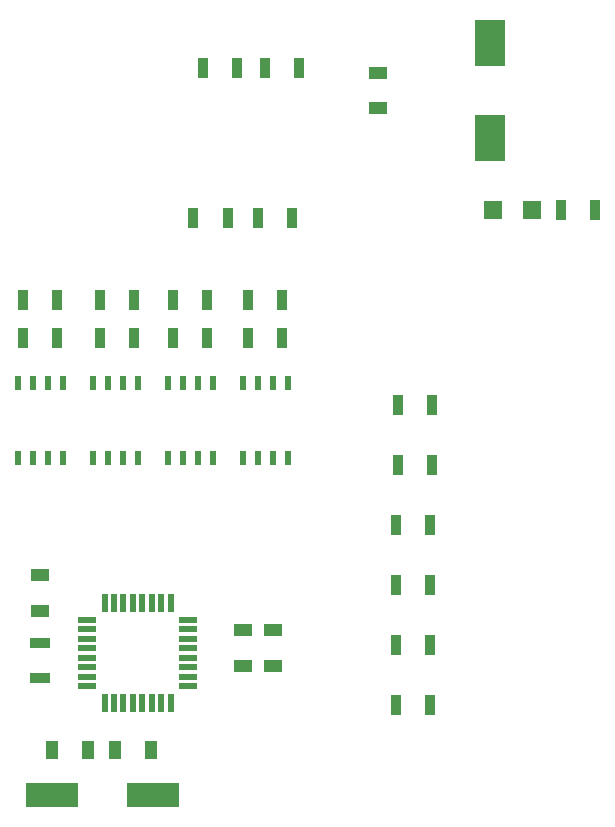
<source format=gbr>
G04 #@! TF.GenerationSoftware,KiCad,Pcbnew,(5.0.2)-1*
G04 #@! TF.CreationDate,2019-01-28T20:15:30+01:00*
G04 #@! TF.ProjectId,plyta_glowna,706c7974-615f-4676-9c6f-776e612e6b69,rev?*
G04 #@! TF.SameCoordinates,Original*
G04 #@! TF.FileFunction,Paste,Top*
G04 #@! TF.FilePolarity,Positive*
%FSLAX46Y46*%
G04 Gerber Fmt 4.6, Leading zero omitted, Abs format (unit mm)*
G04 Created by KiCad (PCBNEW (5.0.2)-1) date 2019-01-28 20:15:30*
%MOMM*%
%LPD*%
G01*
G04 APERTURE LIST*
%ADD10R,2.500000X4.000000*%
%ADD11R,1.600000X1.000000*%
%ADD12R,1.000000X1.600000*%
%ADD13R,1.500000X1.500000*%
%ADD14R,0.900000X1.700000*%
%ADD15R,1.700000X0.900000*%
%ADD16R,0.550000X1.600000*%
%ADD17R,1.600000X0.550000*%
%ADD18R,0.508000X1.143000*%
%ADD19R,4.500000X2.000000*%
G04 APERTURE END LIST*
D10*
G04 #@! TO.C,C1*
X78740000Y-46800000D03*
X78740000Y-54800000D03*
G04 #@! TD*
D11*
G04 #@! TO.C,C3*
X57785000Y-96520000D03*
X57785000Y-99520000D03*
G04 #@! TD*
G04 #@! TO.C,C4*
X60325000Y-96520000D03*
X60325000Y-99520000D03*
G04 #@! TD*
G04 #@! TO.C,C7*
X40640000Y-91845000D03*
X40640000Y-94845000D03*
G04 #@! TD*
G04 #@! TO.C,C8*
X69215000Y-49300000D03*
X69215000Y-52300000D03*
G04 #@! TD*
D12*
G04 #@! TO.C,C9*
X44680000Y-106680000D03*
X41680000Y-106680000D03*
G04 #@! TD*
G04 #@! TO.C,C10*
X49990000Y-106680000D03*
X46990000Y-106680000D03*
G04 #@! TD*
D13*
G04 #@! TO.C,D1*
X78995000Y-60960000D03*
X82295000Y-60960000D03*
G04 #@! TD*
D14*
G04 #@! TO.C,R1*
X84730000Y-60960000D03*
X87630000Y-60960000D03*
G04 #@! TD*
D15*
G04 #@! TO.C,R2*
X40640000Y-97610000D03*
X40640000Y-100510000D03*
G04 #@! TD*
D14*
G04 #@! TO.C,R3*
X70760000Y-102870000D03*
X73660000Y-102870000D03*
G04 #@! TD*
G04 #@! TO.C,R4*
X73660000Y-97790000D03*
X70760000Y-97790000D03*
G04 #@! TD*
G04 #@! TO.C,R5*
X73660000Y-92710000D03*
X70760000Y-92710000D03*
G04 #@! TD*
G04 #@! TO.C,R6*
X70760000Y-87630000D03*
X73660000Y-87630000D03*
G04 #@! TD*
G04 #@! TO.C,R7*
X70940000Y-82550000D03*
X73840000Y-82550000D03*
G04 #@! TD*
G04 #@! TO.C,R8*
X70940000Y-77470000D03*
X73840000Y-77470000D03*
G04 #@! TD*
G04 #@! TO.C,R9*
X61140000Y-71755000D03*
X58240000Y-71755000D03*
G04 #@! TD*
G04 #@! TO.C,R10*
X61140000Y-68580000D03*
X58240000Y-68580000D03*
G04 #@! TD*
G04 #@! TO.C,R11*
X61955000Y-61595000D03*
X59055000Y-61595000D03*
G04 #@! TD*
G04 #@! TO.C,R12*
X54790000Y-68580000D03*
X51890000Y-68580000D03*
G04 #@! TD*
G04 #@! TO.C,R13*
X54790000Y-71755000D03*
X51890000Y-71755000D03*
G04 #@! TD*
G04 #@! TO.C,R14*
X56515000Y-61595000D03*
X53615000Y-61595000D03*
G04 #@! TD*
G04 #@! TO.C,R16*
X39190000Y-71755000D03*
X42090000Y-71755000D03*
G04 #@! TD*
G04 #@! TO.C,R17*
X39190000Y-68580000D03*
X42090000Y-68580000D03*
G04 #@! TD*
G04 #@! TO.C,R18*
X54430000Y-48895000D03*
X57330000Y-48895000D03*
G04 #@! TD*
G04 #@! TO.C,R20*
X48620000Y-68580000D03*
X45720000Y-68580000D03*
G04 #@! TD*
G04 #@! TO.C,R21*
X48620000Y-71755000D03*
X45720000Y-71755000D03*
G04 #@! TD*
G04 #@! TO.C,R22*
X62590000Y-48895000D03*
X59690000Y-48895000D03*
G04 #@! TD*
D16*
G04 #@! TO.C,U2*
X46095000Y-94175000D03*
X46895000Y-94175000D03*
X47695000Y-94175000D03*
X48495000Y-94175000D03*
X49295000Y-94175000D03*
X50095000Y-94175000D03*
X50895000Y-94175000D03*
X51695000Y-94175000D03*
D17*
X53145000Y-95625000D03*
X53145000Y-96425000D03*
X53145000Y-97225000D03*
X53145000Y-98025000D03*
X53145000Y-98825000D03*
X53145000Y-99625000D03*
X53145000Y-100425000D03*
X53145000Y-101225000D03*
D16*
X51695000Y-102675000D03*
X50895000Y-102675000D03*
X50095000Y-102675000D03*
X49295000Y-102675000D03*
X48495000Y-102675000D03*
X47695000Y-102675000D03*
X46895000Y-102675000D03*
X46095000Y-102675000D03*
D17*
X44645000Y-101225000D03*
X44645000Y-100425000D03*
X44645000Y-99625000D03*
X44645000Y-98825000D03*
X44645000Y-98025000D03*
X44645000Y-97225000D03*
X44645000Y-96425000D03*
X44645000Y-95625000D03*
G04 #@! TD*
D18*
G04 #@! TO.C,U4*
X57785000Y-81915000D03*
X59055000Y-81915000D03*
X60325000Y-81915000D03*
X61595000Y-81915000D03*
X61595000Y-75565000D03*
X60325000Y-75565000D03*
X59055000Y-75565000D03*
X57785000Y-75565000D03*
G04 #@! TD*
G04 #@! TO.C,U5*
X51435000Y-75565000D03*
X52705000Y-75565000D03*
X53975000Y-75565000D03*
X55245000Y-75565000D03*
X55245000Y-81915000D03*
X53975000Y-81915000D03*
X52705000Y-81915000D03*
X51435000Y-81915000D03*
G04 #@! TD*
G04 #@! TO.C,U6*
X38735000Y-75565000D03*
X40005000Y-75565000D03*
X41275000Y-75565000D03*
X42545000Y-75565000D03*
X42545000Y-81915000D03*
X41275000Y-81915000D03*
X40005000Y-81915000D03*
X38735000Y-81915000D03*
G04 #@! TD*
G04 #@! TO.C,U7*
X45085000Y-81915000D03*
X46355000Y-81915000D03*
X47625000Y-81915000D03*
X48895000Y-81915000D03*
X48895000Y-75565000D03*
X47625000Y-75565000D03*
X46355000Y-75565000D03*
X45085000Y-75565000D03*
G04 #@! TD*
D19*
G04 #@! TO.C,Y1*
X50165000Y-110490000D03*
X41665000Y-110490000D03*
G04 #@! TD*
M02*

</source>
